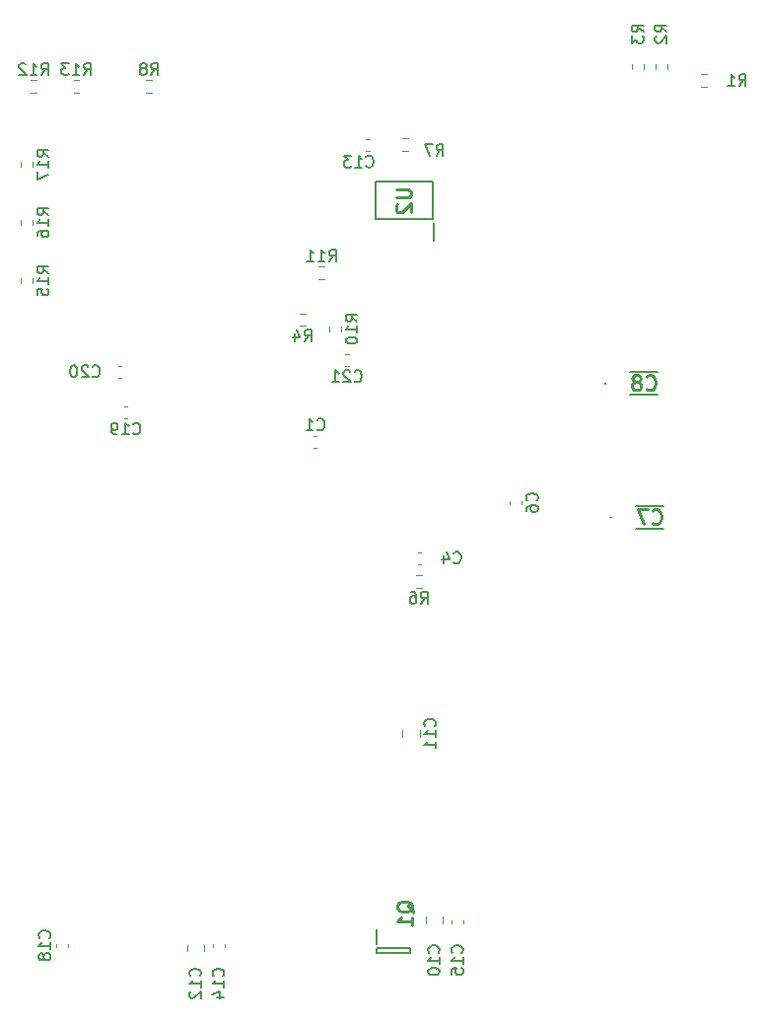
<source format=gbo>
%TF.GenerationSoftware,KiCad,Pcbnew,8.0.4*%
%TF.CreationDate,2024-08-27T22:08:08+09:00*%
%TF.ProjectId,power_board2,706f7765-725f-4626-9f61-7264322e6b69,rev?*%
%TF.SameCoordinates,PX3473bc0PYa8cce40*%
%TF.FileFunction,Legend,Bot*%
%TF.FilePolarity,Positive*%
%FSLAX46Y46*%
G04 Gerber Fmt 4.6, Leading zero omitted, Abs format (unit mm)*
G04 Created by KiCad (PCBNEW 8.0.4) date 2024-08-27 22:08:08*
%MOMM*%
%LPD*%
G01*
G04 APERTURE LIST*
%ADD10C,0.254000*%
%ADD11C,0.150000*%
%ADD12C,0.200000*%
%ADD13C,0.100000*%
%ADD14C,0.120000*%
G04 APERTURE END LIST*
D10*
X33209318Y81167620D02*
X34237413Y81167620D01*
X34237413Y81167620D02*
X34358365Y81107143D01*
X34358365Y81107143D02*
X34418842Y81046667D01*
X34418842Y81046667D02*
X34479318Y80925715D01*
X34479318Y80925715D02*
X34479318Y80683810D01*
X34479318Y80683810D02*
X34418842Y80562858D01*
X34418842Y80562858D02*
X34358365Y80502381D01*
X34358365Y80502381D02*
X34237413Y80441905D01*
X34237413Y80441905D02*
X33209318Y80441905D01*
X33330270Y79897620D02*
X33269794Y79837144D01*
X33269794Y79837144D02*
X33209318Y79716191D01*
X33209318Y79716191D02*
X33209318Y79413810D01*
X33209318Y79413810D02*
X33269794Y79292858D01*
X33269794Y79292858D02*
X33330270Y79232382D01*
X33330270Y79232382D02*
X33451222Y79171905D01*
X33451222Y79171905D02*
X33572175Y79171905D01*
X33572175Y79171905D02*
X33753603Y79232382D01*
X33753603Y79232382D02*
X34479318Y79958096D01*
X34479318Y79958096D02*
X34479318Y79171905D01*
X54711666Y64046635D02*
X54772142Y63986158D01*
X54772142Y63986158D02*
X54953571Y63925682D01*
X54953571Y63925682D02*
X55074523Y63925682D01*
X55074523Y63925682D02*
X55255952Y63986158D01*
X55255952Y63986158D02*
X55376904Y64107111D01*
X55376904Y64107111D02*
X55437381Y64228063D01*
X55437381Y64228063D02*
X55497857Y64469968D01*
X55497857Y64469968D02*
X55497857Y64651397D01*
X55497857Y64651397D02*
X55437381Y64893301D01*
X55437381Y64893301D02*
X55376904Y65014254D01*
X55376904Y65014254D02*
X55255952Y65135206D01*
X55255952Y65135206D02*
X55074523Y65195682D01*
X55074523Y65195682D02*
X54953571Y65195682D01*
X54953571Y65195682D02*
X54772142Y65135206D01*
X54772142Y65135206D02*
X54711666Y65074730D01*
X53985952Y64651397D02*
X54106904Y64711873D01*
X54106904Y64711873D02*
X54167381Y64772349D01*
X54167381Y64772349D02*
X54227857Y64893301D01*
X54227857Y64893301D02*
X54227857Y64953778D01*
X54227857Y64953778D02*
X54167381Y65074730D01*
X54167381Y65074730D02*
X54106904Y65135206D01*
X54106904Y65135206D02*
X53985952Y65195682D01*
X53985952Y65195682D02*
X53744047Y65195682D01*
X53744047Y65195682D02*
X53623095Y65135206D01*
X53623095Y65135206D02*
X53562619Y65074730D01*
X53562619Y65074730D02*
X53502142Y64953778D01*
X53502142Y64953778D02*
X53502142Y64893301D01*
X53502142Y64893301D02*
X53562619Y64772349D01*
X53562619Y64772349D02*
X53623095Y64711873D01*
X53623095Y64711873D02*
X53744047Y64651397D01*
X53744047Y64651397D02*
X53985952Y64651397D01*
X53985952Y64651397D02*
X54106904Y64590920D01*
X54106904Y64590920D02*
X54167381Y64530444D01*
X54167381Y64530444D02*
X54227857Y64409492D01*
X54227857Y64409492D02*
X54227857Y64167587D01*
X54227857Y64167587D02*
X54167381Y64046635D01*
X54167381Y64046635D02*
X54106904Y63986158D01*
X54106904Y63986158D02*
X53985952Y63925682D01*
X53985952Y63925682D02*
X53744047Y63925682D01*
X53744047Y63925682D02*
X53623095Y63986158D01*
X53623095Y63986158D02*
X53562619Y64046635D01*
X53562619Y64046635D02*
X53502142Y64167587D01*
X53502142Y64167587D02*
X53502142Y64409492D01*
X53502142Y64409492D02*
X53562619Y64530444D01*
X53562619Y64530444D02*
X53623095Y64590920D01*
X53623095Y64590920D02*
X53744047Y64651397D01*
D11*
X27467857Y74975181D02*
X27801190Y75451372D01*
X28039285Y74975181D02*
X28039285Y75975181D01*
X28039285Y75975181D02*
X27658333Y75975181D01*
X27658333Y75975181D02*
X27563095Y75927562D01*
X27563095Y75927562D02*
X27515476Y75879943D01*
X27515476Y75879943D02*
X27467857Y75784705D01*
X27467857Y75784705D02*
X27467857Y75641848D01*
X27467857Y75641848D02*
X27515476Y75546610D01*
X27515476Y75546610D02*
X27563095Y75498991D01*
X27563095Y75498991D02*
X27658333Y75451372D01*
X27658333Y75451372D02*
X28039285Y75451372D01*
X26515476Y74975181D02*
X27086904Y74975181D01*
X26801190Y74975181D02*
X26801190Y75975181D01*
X26801190Y75975181D02*
X26896428Y75832324D01*
X26896428Y75832324D02*
X26991666Y75737086D01*
X26991666Y75737086D02*
X27086904Y75689467D01*
X25563095Y74975181D02*
X26134523Y74975181D01*
X25848809Y74975181D02*
X25848809Y75975181D01*
X25848809Y75975181D02*
X25944047Y75832324D01*
X25944047Y75832324D02*
X26039285Y75737086D01*
X26039285Y75737086D02*
X26134523Y75689467D01*
X30642857Y83140420D02*
X30690476Y83092800D01*
X30690476Y83092800D02*
X30833333Y83045181D01*
X30833333Y83045181D02*
X30928571Y83045181D01*
X30928571Y83045181D02*
X31071428Y83092800D01*
X31071428Y83092800D02*
X31166666Y83188039D01*
X31166666Y83188039D02*
X31214285Y83283277D01*
X31214285Y83283277D02*
X31261904Y83473753D01*
X31261904Y83473753D02*
X31261904Y83616610D01*
X31261904Y83616610D02*
X31214285Y83807086D01*
X31214285Y83807086D02*
X31166666Y83902324D01*
X31166666Y83902324D02*
X31071428Y83997562D01*
X31071428Y83997562D02*
X30928571Y84045181D01*
X30928571Y84045181D02*
X30833333Y84045181D01*
X30833333Y84045181D02*
X30690476Y83997562D01*
X30690476Y83997562D02*
X30642857Y83949943D01*
X29690476Y83045181D02*
X30261904Y83045181D01*
X29976190Y83045181D02*
X29976190Y84045181D01*
X29976190Y84045181D02*
X30071428Y83902324D01*
X30071428Y83902324D02*
X30166666Y83807086D01*
X30166666Y83807086D02*
X30261904Y83759467D01*
X29357142Y84045181D02*
X28738095Y84045181D01*
X28738095Y84045181D02*
X29071428Y83664229D01*
X29071428Y83664229D02*
X28928571Y83664229D01*
X28928571Y83664229D02*
X28833333Y83616610D01*
X28833333Y83616610D02*
X28785714Y83568991D01*
X28785714Y83568991D02*
X28738095Y83473753D01*
X28738095Y83473753D02*
X28738095Y83235658D01*
X28738095Y83235658D02*
X28785714Y83140420D01*
X28785714Y83140420D02*
X28833333Y83092800D01*
X28833333Y83092800D02*
X28928571Y83045181D01*
X28928571Y83045181D02*
X29214285Y83045181D01*
X29214285Y83045181D02*
X29309523Y83092800D01*
X29309523Y83092800D02*
X29357142Y83140420D01*
X3384819Y83967858D02*
X2908628Y84301191D01*
X3384819Y84539286D02*
X2384819Y84539286D01*
X2384819Y84539286D02*
X2384819Y84158334D01*
X2384819Y84158334D02*
X2432438Y84063096D01*
X2432438Y84063096D02*
X2480057Y84015477D01*
X2480057Y84015477D02*
X2575295Y83967858D01*
X2575295Y83967858D02*
X2718152Y83967858D01*
X2718152Y83967858D02*
X2813390Y84015477D01*
X2813390Y84015477D02*
X2861009Y84063096D01*
X2861009Y84063096D02*
X2908628Y84158334D01*
X2908628Y84158334D02*
X2908628Y84539286D01*
X3384819Y83015477D02*
X3384819Y83586905D01*
X3384819Y83301191D02*
X2384819Y83301191D01*
X2384819Y83301191D02*
X2527676Y83396429D01*
X2527676Y83396429D02*
X2622914Y83491667D01*
X2622914Y83491667D02*
X2670533Y83586905D01*
X2384819Y82682143D02*
X2384819Y82015477D01*
X2384819Y82015477D02*
X3384819Y82444048D01*
X6392857Y90975181D02*
X6726190Y91451372D01*
X6964285Y90975181D02*
X6964285Y91975181D01*
X6964285Y91975181D02*
X6583333Y91975181D01*
X6583333Y91975181D02*
X6488095Y91927562D01*
X6488095Y91927562D02*
X6440476Y91879943D01*
X6440476Y91879943D02*
X6392857Y91784705D01*
X6392857Y91784705D02*
X6392857Y91641848D01*
X6392857Y91641848D02*
X6440476Y91546610D01*
X6440476Y91546610D02*
X6488095Y91498991D01*
X6488095Y91498991D02*
X6583333Y91451372D01*
X6583333Y91451372D02*
X6964285Y91451372D01*
X5440476Y90975181D02*
X6011904Y90975181D01*
X5726190Y90975181D02*
X5726190Y91975181D01*
X5726190Y91975181D02*
X5821428Y91832324D01*
X5821428Y91832324D02*
X5916666Y91737086D01*
X5916666Y91737086D02*
X6011904Y91689467D01*
X5107142Y91975181D02*
X4488095Y91975181D01*
X4488095Y91975181D02*
X4821428Y91594229D01*
X4821428Y91594229D02*
X4678571Y91594229D01*
X4678571Y91594229D02*
X4583333Y91546610D01*
X4583333Y91546610D02*
X4535714Y91498991D01*
X4535714Y91498991D02*
X4488095Y91403753D01*
X4488095Y91403753D02*
X4488095Y91165658D01*
X4488095Y91165658D02*
X4535714Y91070420D01*
X4535714Y91070420D02*
X4583333Y91022800D01*
X4583333Y91022800D02*
X4678571Y90975181D01*
X4678571Y90975181D02*
X4964285Y90975181D01*
X4964285Y90975181D02*
X5059523Y91022800D01*
X5059523Y91022800D02*
X5107142Y91070420D01*
D10*
X34695270Y19120953D02*
X34634794Y19241905D01*
X34634794Y19241905D02*
X34513842Y19362858D01*
X34513842Y19362858D02*
X34332413Y19544286D01*
X34332413Y19544286D02*
X34271937Y19665239D01*
X34271937Y19665239D02*
X34271937Y19786191D01*
X34574318Y19725715D02*
X34513842Y19846667D01*
X34513842Y19846667D02*
X34392889Y19967620D01*
X34392889Y19967620D02*
X34150984Y20028096D01*
X34150984Y20028096D02*
X33727651Y20028096D01*
X33727651Y20028096D02*
X33485746Y19967620D01*
X33485746Y19967620D02*
X33364794Y19846667D01*
X33364794Y19846667D02*
X33304318Y19725715D01*
X33304318Y19725715D02*
X33304318Y19483810D01*
X33304318Y19483810D02*
X33364794Y19362858D01*
X33364794Y19362858D02*
X33485746Y19241905D01*
X33485746Y19241905D02*
X33727651Y19181429D01*
X33727651Y19181429D02*
X34150984Y19181429D01*
X34150984Y19181429D02*
X34392889Y19241905D01*
X34392889Y19241905D02*
X34513842Y19362858D01*
X34513842Y19362858D02*
X34574318Y19483810D01*
X34574318Y19483810D02*
X34574318Y19725715D01*
X34574318Y17971905D02*
X34574318Y18697620D01*
X34574318Y18334763D02*
X33304318Y18334763D01*
X33304318Y18334763D02*
X33485746Y18455715D01*
X33485746Y18455715D02*
X33606699Y18576667D01*
X33606699Y18576667D02*
X33667175Y18697620D01*
D11*
X45289580Y54441667D02*
X45337200Y54489286D01*
X45337200Y54489286D02*
X45384819Y54632143D01*
X45384819Y54632143D02*
X45384819Y54727381D01*
X45384819Y54727381D02*
X45337200Y54870238D01*
X45337200Y54870238D02*
X45241961Y54965476D01*
X45241961Y54965476D02*
X45146723Y55013095D01*
X45146723Y55013095D02*
X44956247Y55060714D01*
X44956247Y55060714D02*
X44813390Y55060714D01*
X44813390Y55060714D02*
X44622914Y55013095D01*
X44622914Y55013095D02*
X44527676Y54965476D01*
X44527676Y54965476D02*
X44432438Y54870238D01*
X44432438Y54870238D02*
X44384819Y54727381D01*
X44384819Y54727381D02*
X44384819Y54632143D01*
X44384819Y54632143D02*
X44432438Y54489286D01*
X44432438Y54489286D02*
X44480057Y54441667D01*
X44384819Y53584524D02*
X44384819Y53775000D01*
X44384819Y53775000D02*
X44432438Y53870238D01*
X44432438Y53870238D02*
X44480057Y53917857D01*
X44480057Y53917857D02*
X44622914Y54013095D01*
X44622914Y54013095D02*
X44813390Y54060714D01*
X44813390Y54060714D02*
X45194342Y54060714D01*
X45194342Y54060714D02*
X45289580Y54013095D01*
X45289580Y54013095D02*
X45337200Y53965476D01*
X45337200Y53965476D02*
X45384819Y53870238D01*
X45384819Y53870238D02*
X45384819Y53679762D01*
X45384819Y53679762D02*
X45337200Y53584524D01*
X45337200Y53584524D02*
X45289580Y53536905D01*
X45289580Y53536905D02*
X45194342Y53489286D01*
X45194342Y53489286D02*
X44956247Y53489286D01*
X44956247Y53489286D02*
X44861009Y53536905D01*
X44861009Y53536905D02*
X44813390Y53584524D01*
X44813390Y53584524D02*
X44765771Y53679762D01*
X44765771Y53679762D02*
X44765771Y53870238D01*
X44765771Y53870238D02*
X44813390Y53965476D01*
X44813390Y53965476D02*
X44861009Y54013095D01*
X44861009Y54013095D02*
X44956247Y54060714D01*
X35341666Y45615181D02*
X35674999Y46091372D01*
X35913094Y45615181D02*
X35913094Y46615181D01*
X35913094Y46615181D02*
X35532142Y46615181D01*
X35532142Y46615181D02*
X35436904Y46567562D01*
X35436904Y46567562D02*
X35389285Y46519943D01*
X35389285Y46519943D02*
X35341666Y46424705D01*
X35341666Y46424705D02*
X35341666Y46281848D01*
X35341666Y46281848D02*
X35389285Y46186610D01*
X35389285Y46186610D02*
X35436904Y46138991D01*
X35436904Y46138991D02*
X35532142Y46091372D01*
X35532142Y46091372D02*
X35913094Y46091372D01*
X34484523Y46615181D02*
X34674999Y46615181D01*
X34674999Y46615181D02*
X34770237Y46567562D01*
X34770237Y46567562D02*
X34817856Y46519943D01*
X34817856Y46519943D02*
X34913094Y46377086D01*
X34913094Y46377086D02*
X34960713Y46186610D01*
X34960713Y46186610D02*
X34960713Y45805658D01*
X34960713Y45805658D02*
X34913094Y45710420D01*
X34913094Y45710420D02*
X34865475Y45662800D01*
X34865475Y45662800D02*
X34770237Y45615181D01*
X34770237Y45615181D02*
X34579761Y45615181D01*
X34579761Y45615181D02*
X34484523Y45662800D01*
X34484523Y45662800D02*
X34436904Y45710420D01*
X34436904Y45710420D02*
X34389285Y45805658D01*
X34389285Y45805658D02*
X34389285Y46043753D01*
X34389285Y46043753D02*
X34436904Y46138991D01*
X34436904Y46138991D02*
X34484523Y46186610D01*
X34484523Y46186610D02*
X34579761Y46234229D01*
X34579761Y46234229D02*
X34770237Y46234229D01*
X34770237Y46234229D02*
X34865475Y46186610D01*
X34865475Y46186610D02*
X34913094Y46138991D01*
X34913094Y46138991D02*
X34960713Y46043753D01*
X18359580Y13642858D02*
X18407200Y13690477D01*
X18407200Y13690477D02*
X18454819Y13833334D01*
X18454819Y13833334D02*
X18454819Y13928572D01*
X18454819Y13928572D02*
X18407200Y14071429D01*
X18407200Y14071429D02*
X18311961Y14166667D01*
X18311961Y14166667D02*
X18216723Y14214286D01*
X18216723Y14214286D02*
X18026247Y14261905D01*
X18026247Y14261905D02*
X17883390Y14261905D01*
X17883390Y14261905D02*
X17692914Y14214286D01*
X17692914Y14214286D02*
X17597676Y14166667D01*
X17597676Y14166667D02*
X17502438Y14071429D01*
X17502438Y14071429D02*
X17454819Y13928572D01*
X17454819Y13928572D02*
X17454819Y13833334D01*
X17454819Y13833334D02*
X17502438Y13690477D01*
X17502438Y13690477D02*
X17550057Y13642858D01*
X18454819Y12690477D02*
X18454819Y13261905D01*
X18454819Y12976191D02*
X17454819Y12976191D01*
X17454819Y12976191D02*
X17597676Y13071429D01*
X17597676Y13071429D02*
X17692914Y13166667D01*
X17692914Y13166667D02*
X17740533Y13261905D01*
X17788152Y11833334D02*
X18454819Y11833334D01*
X17407200Y12071429D02*
X18121485Y12309524D01*
X18121485Y12309524D02*
X18121485Y11690477D01*
X25341666Y68115181D02*
X25674999Y68591372D01*
X25913094Y68115181D02*
X25913094Y69115181D01*
X25913094Y69115181D02*
X25532142Y69115181D01*
X25532142Y69115181D02*
X25436904Y69067562D01*
X25436904Y69067562D02*
X25389285Y69019943D01*
X25389285Y69019943D02*
X25341666Y68924705D01*
X25341666Y68924705D02*
X25341666Y68781848D01*
X25341666Y68781848D02*
X25389285Y68686610D01*
X25389285Y68686610D02*
X25436904Y68638991D01*
X25436904Y68638991D02*
X25532142Y68591372D01*
X25532142Y68591372D02*
X25913094Y68591372D01*
X24484523Y68781848D02*
X24484523Y68115181D01*
X24722618Y69162800D02*
X24960713Y68448515D01*
X24960713Y68448515D02*
X24341666Y68448515D01*
X26441666Y60570420D02*
X26489285Y60522800D01*
X26489285Y60522800D02*
X26632142Y60475181D01*
X26632142Y60475181D02*
X26727380Y60475181D01*
X26727380Y60475181D02*
X26870237Y60522800D01*
X26870237Y60522800D02*
X26965475Y60618039D01*
X26965475Y60618039D02*
X27013094Y60713277D01*
X27013094Y60713277D02*
X27060713Y60903753D01*
X27060713Y60903753D02*
X27060713Y61046610D01*
X27060713Y61046610D02*
X27013094Y61237086D01*
X27013094Y61237086D02*
X26965475Y61332324D01*
X26965475Y61332324D02*
X26870237Y61427562D01*
X26870237Y61427562D02*
X26727380Y61475181D01*
X26727380Y61475181D02*
X26632142Y61475181D01*
X26632142Y61475181D02*
X26489285Y61427562D01*
X26489285Y61427562D02*
X26441666Y61379943D01*
X25489285Y60475181D02*
X26060713Y60475181D01*
X25774999Y60475181D02*
X25774999Y61475181D01*
X25774999Y61475181D02*
X25870237Y61332324D01*
X25870237Y61332324D02*
X25965475Y61237086D01*
X25965475Y61237086D02*
X26060713Y61189467D01*
X38166666Y49140420D02*
X38214285Y49092800D01*
X38214285Y49092800D02*
X38357142Y49045181D01*
X38357142Y49045181D02*
X38452380Y49045181D01*
X38452380Y49045181D02*
X38595237Y49092800D01*
X38595237Y49092800D02*
X38690475Y49188039D01*
X38690475Y49188039D02*
X38738094Y49283277D01*
X38738094Y49283277D02*
X38785713Y49473753D01*
X38785713Y49473753D02*
X38785713Y49616610D01*
X38785713Y49616610D02*
X38738094Y49807086D01*
X38738094Y49807086D02*
X38690475Y49902324D01*
X38690475Y49902324D02*
X38595237Y49997562D01*
X38595237Y49997562D02*
X38452380Y50045181D01*
X38452380Y50045181D02*
X38357142Y50045181D01*
X38357142Y50045181D02*
X38214285Y49997562D01*
X38214285Y49997562D02*
X38166666Y49949943D01*
X37309523Y49711848D02*
X37309523Y49045181D01*
X37547618Y50092800D02*
X37785713Y49378515D01*
X37785713Y49378515D02*
X37166666Y49378515D01*
X3384819Y78967858D02*
X2908628Y79301191D01*
X3384819Y79539286D02*
X2384819Y79539286D01*
X2384819Y79539286D02*
X2384819Y79158334D01*
X2384819Y79158334D02*
X2432438Y79063096D01*
X2432438Y79063096D02*
X2480057Y79015477D01*
X2480057Y79015477D02*
X2575295Y78967858D01*
X2575295Y78967858D02*
X2718152Y78967858D01*
X2718152Y78967858D02*
X2813390Y79015477D01*
X2813390Y79015477D02*
X2861009Y79063096D01*
X2861009Y79063096D02*
X2908628Y79158334D01*
X2908628Y79158334D02*
X2908628Y79539286D01*
X3384819Y78015477D02*
X3384819Y78586905D01*
X3384819Y78301191D02*
X2384819Y78301191D01*
X2384819Y78301191D02*
X2527676Y78396429D01*
X2527676Y78396429D02*
X2622914Y78491667D01*
X2622914Y78491667D02*
X2670533Y78586905D01*
X2384819Y77158334D02*
X2384819Y77348810D01*
X2384819Y77348810D02*
X2432438Y77444048D01*
X2432438Y77444048D02*
X2480057Y77491667D01*
X2480057Y77491667D02*
X2622914Y77586905D01*
X2622914Y77586905D02*
X2813390Y77634524D01*
X2813390Y77634524D02*
X3194342Y77634524D01*
X3194342Y77634524D02*
X3289580Y77586905D01*
X3289580Y77586905D02*
X3337200Y77539286D01*
X3337200Y77539286D02*
X3384819Y77444048D01*
X3384819Y77444048D02*
X3384819Y77253572D01*
X3384819Y77253572D02*
X3337200Y77158334D01*
X3337200Y77158334D02*
X3289580Y77110715D01*
X3289580Y77110715D02*
X3194342Y77063096D01*
X3194342Y77063096D02*
X2956247Y77063096D01*
X2956247Y77063096D02*
X2861009Y77110715D01*
X2861009Y77110715D02*
X2813390Y77158334D01*
X2813390Y77158334D02*
X2765771Y77253572D01*
X2765771Y77253572D02*
X2765771Y77444048D01*
X2765771Y77444048D02*
X2813390Y77539286D01*
X2813390Y77539286D02*
X2861009Y77586905D01*
X2861009Y77586905D02*
X2956247Y77634524D01*
X29884819Y69817858D02*
X29408628Y70151191D01*
X29884819Y70389286D02*
X28884819Y70389286D01*
X28884819Y70389286D02*
X28884819Y70008334D01*
X28884819Y70008334D02*
X28932438Y69913096D01*
X28932438Y69913096D02*
X28980057Y69865477D01*
X28980057Y69865477D02*
X29075295Y69817858D01*
X29075295Y69817858D02*
X29218152Y69817858D01*
X29218152Y69817858D02*
X29313390Y69865477D01*
X29313390Y69865477D02*
X29361009Y69913096D01*
X29361009Y69913096D02*
X29408628Y70008334D01*
X29408628Y70008334D02*
X29408628Y70389286D01*
X29884819Y68865477D02*
X29884819Y69436905D01*
X29884819Y69151191D02*
X28884819Y69151191D01*
X28884819Y69151191D02*
X29027676Y69246429D01*
X29027676Y69246429D02*
X29122914Y69341667D01*
X29122914Y69341667D02*
X29170533Y69436905D01*
X28884819Y68246429D02*
X28884819Y68151191D01*
X28884819Y68151191D02*
X28932438Y68055953D01*
X28932438Y68055953D02*
X28980057Y68008334D01*
X28980057Y68008334D02*
X29075295Y67960715D01*
X29075295Y67960715D02*
X29265771Y67913096D01*
X29265771Y67913096D02*
X29503866Y67913096D01*
X29503866Y67913096D02*
X29694342Y67960715D01*
X29694342Y67960715D02*
X29789580Y68008334D01*
X29789580Y68008334D02*
X29837200Y68055953D01*
X29837200Y68055953D02*
X29884819Y68151191D01*
X29884819Y68151191D02*
X29884819Y68246429D01*
X29884819Y68246429D02*
X29837200Y68341667D01*
X29837200Y68341667D02*
X29789580Y68389286D01*
X29789580Y68389286D02*
X29694342Y68436905D01*
X29694342Y68436905D02*
X29503866Y68484524D01*
X29503866Y68484524D02*
X29265771Y68484524D01*
X29265771Y68484524D02*
X29075295Y68436905D01*
X29075295Y68436905D02*
X28980057Y68389286D01*
X28980057Y68389286D02*
X28932438Y68341667D01*
X28932438Y68341667D02*
X28884819Y68246429D01*
X36859580Y15642858D02*
X36907200Y15690477D01*
X36907200Y15690477D02*
X36954819Y15833334D01*
X36954819Y15833334D02*
X36954819Y15928572D01*
X36954819Y15928572D02*
X36907200Y16071429D01*
X36907200Y16071429D02*
X36811961Y16166667D01*
X36811961Y16166667D02*
X36716723Y16214286D01*
X36716723Y16214286D02*
X36526247Y16261905D01*
X36526247Y16261905D02*
X36383390Y16261905D01*
X36383390Y16261905D02*
X36192914Y16214286D01*
X36192914Y16214286D02*
X36097676Y16166667D01*
X36097676Y16166667D02*
X36002438Y16071429D01*
X36002438Y16071429D02*
X35954819Y15928572D01*
X35954819Y15928572D02*
X35954819Y15833334D01*
X35954819Y15833334D02*
X36002438Y15690477D01*
X36002438Y15690477D02*
X36050057Y15642858D01*
X36954819Y14690477D02*
X36954819Y15261905D01*
X36954819Y14976191D02*
X35954819Y14976191D01*
X35954819Y14976191D02*
X36097676Y15071429D01*
X36097676Y15071429D02*
X36192914Y15166667D01*
X36192914Y15166667D02*
X36240533Y15261905D01*
X35954819Y14071429D02*
X35954819Y13976191D01*
X35954819Y13976191D02*
X36002438Y13880953D01*
X36002438Y13880953D02*
X36050057Y13833334D01*
X36050057Y13833334D02*
X36145295Y13785715D01*
X36145295Y13785715D02*
X36335771Y13738096D01*
X36335771Y13738096D02*
X36573866Y13738096D01*
X36573866Y13738096D02*
X36764342Y13785715D01*
X36764342Y13785715D02*
X36859580Y13833334D01*
X36859580Y13833334D02*
X36907200Y13880953D01*
X36907200Y13880953D02*
X36954819Y13976191D01*
X36954819Y13976191D02*
X36954819Y14071429D01*
X36954819Y14071429D02*
X36907200Y14166667D01*
X36907200Y14166667D02*
X36859580Y14214286D01*
X36859580Y14214286D02*
X36764342Y14261905D01*
X36764342Y14261905D02*
X36573866Y14309524D01*
X36573866Y14309524D02*
X36335771Y14309524D01*
X36335771Y14309524D02*
X36145295Y14261905D01*
X36145295Y14261905D02*
X36050057Y14214286D01*
X36050057Y14214286D02*
X36002438Y14166667D01*
X36002438Y14166667D02*
X35954819Y14071429D01*
X3429580Y16917858D02*
X3477200Y16965477D01*
X3477200Y16965477D02*
X3524819Y17108334D01*
X3524819Y17108334D02*
X3524819Y17203572D01*
X3524819Y17203572D02*
X3477200Y17346429D01*
X3477200Y17346429D02*
X3381961Y17441667D01*
X3381961Y17441667D02*
X3286723Y17489286D01*
X3286723Y17489286D02*
X3096247Y17536905D01*
X3096247Y17536905D02*
X2953390Y17536905D01*
X2953390Y17536905D02*
X2762914Y17489286D01*
X2762914Y17489286D02*
X2667676Y17441667D01*
X2667676Y17441667D02*
X2572438Y17346429D01*
X2572438Y17346429D02*
X2524819Y17203572D01*
X2524819Y17203572D02*
X2524819Y17108334D01*
X2524819Y17108334D02*
X2572438Y16965477D01*
X2572438Y16965477D02*
X2620057Y16917858D01*
X3524819Y15965477D02*
X3524819Y16536905D01*
X3524819Y16251191D02*
X2524819Y16251191D01*
X2524819Y16251191D02*
X2667676Y16346429D01*
X2667676Y16346429D02*
X2762914Y16441667D01*
X2762914Y16441667D02*
X2810533Y16536905D01*
X2953390Y15394048D02*
X2905771Y15489286D01*
X2905771Y15489286D02*
X2858152Y15536905D01*
X2858152Y15536905D02*
X2762914Y15584524D01*
X2762914Y15584524D02*
X2715295Y15584524D01*
X2715295Y15584524D02*
X2620057Y15536905D01*
X2620057Y15536905D02*
X2572438Y15489286D01*
X2572438Y15489286D02*
X2524819Y15394048D01*
X2524819Y15394048D02*
X2524819Y15203572D01*
X2524819Y15203572D02*
X2572438Y15108334D01*
X2572438Y15108334D02*
X2620057Y15060715D01*
X2620057Y15060715D02*
X2715295Y15013096D01*
X2715295Y15013096D02*
X2762914Y15013096D01*
X2762914Y15013096D02*
X2858152Y15060715D01*
X2858152Y15060715D02*
X2905771Y15108334D01*
X2905771Y15108334D02*
X2953390Y15203572D01*
X2953390Y15203572D02*
X2953390Y15394048D01*
X2953390Y15394048D02*
X3001009Y15489286D01*
X3001009Y15489286D02*
X3048628Y15536905D01*
X3048628Y15536905D02*
X3143866Y15584524D01*
X3143866Y15584524D02*
X3334342Y15584524D01*
X3334342Y15584524D02*
X3429580Y15536905D01*
X3429580Y15536905D02*
X3477200Y15489286D01*
X3477200Y15489286D02*
X3524819Y15394048D01*
X3524819Y15394048D02*
X3524819Y15203572D01*
X3524819Y15203572D02*
X3477200Y15108334D01*
X3477200Y15108334D02*
X3429580Y15060715D01*
X3429580Y15060715D02*
X3334342Y15013096D01*
X3334342Y15013096D02*
X3143866Y15013096D01*
X3143866Y15013096D02*
X3048628Y15060715D01*
X3048628Y15060715D02*
X3001009Y15108334D01*
X3001009Y15108334D02*
X2953390Y15203572D01*
X36666666Y84045181D02*
X36999999Y84521372D01*
X37238094Y84045181D02*
X37238094Y85045181D01*
X37238094Y85045181D02*
X36857142Y85045181D01*
X36857142Y85045181D02*
X36761904Y84997562D01*
X36761904Y84997562D02*
X36714285Y84949943D01*
X36714285Y84949943D02*
X36666666Y84854705D01*
X36666666Y84854705D02*
X36666666Y84711848D01*
X36666666Y84711848D02*
X36714285Y84616610D01*
X36714285Y84616610D02*
X36761904Y84568991D01*
X36761904Y84568991D02*
X36857142Y84521372D01*
X36857142Y84521372D02*
X37238094Y84521372D01*
X36333332Y85045181D02*
X35666666Y85045181D01*
X35666666Y85045181D02*
X36095237Y84045181D01*
X54454819Y94666667D02*
X53978628Y95000000D01*
X54454819Y95238095D02*
X53454819Y95238095D01*
X53454819Y95238095D02*
X53454819Y94857143D01*
X53454819Y94857143D02*
X53502438Y94761905D01*
X53502438Y94761905D02*
X53550057Y94714286D01*
X53550057Y94714286D02*
X53645295Y94666667D01*
X53645295Y94666667D02*
X53788152Y94666667D01*
X53788152Y94666667D02*
X53883390Y94714286D01*
X53883390Y94714286D02*
X53931009Y94761905D01*
X53931009Y94761905D02*
X53978628Y94857143D01*
X53978628Y94857143D02*
X53978628Y95238095D01*
X53454819Y94333333D02*
X53454819Y93714286D01*
X53454819Y93714286D02*
X53835771Y94047619D01*
X53835771Y94047619D02*
X53835771Y93904762D01*
X53835771Y93904762D02*
X53883390Y93809524D01*
X53883390Y93809524D02*
X53931009Y93761905D01*
X53931009Y93761905D02*
X54026247Y93714286D01*
X54026247Y93714286D02*
X54264342Y93714286D01*
X54264342Y93714286D02*
X54359580Y93761905D01*
X54359580Y93761905D02*
X54407200Y93809524D01*
X54407200Y93809524D02*
X54454819Y93904762D01*
X54454819Y93904762D02*
X54454819Y94190476D01*
X54454819Y94190476D02*
X54407200Y94285714D01*
X54407200Y94285714D02*
X54359580Y94333333D01*
X36539580Y35092858D02*
X36587200Y35140477D01*
X36587200Y35140477D02*
X36634819Y35283334D01*
X36634819Y35283334D02*
X36634819Y35378572D01*
X36634819Y35378572D02*
X36587200Y35521429D01*
X36587200Y35521429D02*
X36491961Y35616667D01*
X36491961Y35616667D02*
X36396723Y35664286D01*
X36396723Y35664286D02*
X36206247Y35711905D01*
X36206247Y35711905D02*
X36063390Y35711905D01*
X36063390Y35711905D02*
X35872914Y35664286D01*
X35872914Y35664286D02*
X35777676Y35616667D01*
X35777676Y35616667D02*
X35682438Y35521429D01*
X35682438Y35521429D02*
X35634819Y35378572D01*
X35634819Y35378572D02*
X35634819Y35283334D01*
X35634819Y35283334D02*
X35682438Y35140477D01*
X35682438Y35140477D02*
X35730057Y35092858D01*
X36634819Y34140477D02*
X36634819Y34711905D01*
X36634819Y34426191D02*
X35634819Y34426191D01*
X35634819Y34426191D02*
X35777676Y34521429D01*
X35777676Y34521429D02*
X35872914Y34616667D01*
X35872914Y34616667D02*
X35920533Y34711905D01*
X36634819Y33188096D02*
X36634819Y33759524D01*
X36634819Y33473810D02*
X35634819Y33473810D01*
X35634819Y33473810D02*
X35777676Y33569048D01*
X35777676Y33569048D02*
X35872914Y33664286D01*
X35872914Y33664286D02*
X35920533Y33759524D01*
X2742857Y90975181D02*
X3076190Y91451372D01*
X3314285Y90975181D02*
X3314285Y91975181D01*
X3314285Y91975181D02*
X2933333Y91975181D01*
X2933333Y91975181D02*
X2838095Y91927562D01*
X2838095Y91927562D02*
X2790476Y91879943D01*
X2790476Y91879943D02*
X2742857Y91784705D01*
X2742857Y91784705D02*
X2742857Y91641848D01*
X2742857Y91641848D02*
X2790476Y91546610D01*
X2790476Y91546610D02*
X2838095Y91498991D01*
X2838095Y91498991D02*
X2933333Y91451372D01*
X2933333Y91451372D02*
X3314285Y91451372D01*
X1790476Y90975181D02*
X2361904Y90975181D01*
X2076190Y90975181D02*
X2076190Y91975181D01*
X2076190Y91975181D02*
X2171428Y91832324D01*
X2171428Y91832324D02*
X2266666Y91737086D01*
X2266666Y91737086D02*
X2361904Y91689467D01*
X1409523Y91879943D02*
X1361904Y91927562D01*
X1361904Y91927562D02*
X1266666Y91975181D01*
X1266666Y91975181D02*
X1028571Y91975181D01*
X1028571Y91975181D02*
X933333Y91927562D01*
X933333Y91927562D02*
X885714Y91879943D01*
X885714Y91879943D02*
X838095Y91784705D01*
X838095Y91784705D02*
X838095Y91689467D01*
X838095Y91689467D02*
X885714Y91546610D01*
X885714Y91546610D02*
X1457142Y90975181D01*
X1457142Y90975181D02*
X838095Y90975181D01*
X3384819Y73967858D02*
X2908628Y74301191D01*
X3384819Y74539286D02*
X2384819Y74539286D01*
X2384819Y74539286D02*
X2384819Y74158334D01*
X2384819Y74158334D02*
X2432438Y74063096D01*
X2432438Y74063096D02*
X2480057Y74015477D01*
X2480057Y74015477D02*
X2575295Y73967858D01*
X2575295Y73967858D02*
X2718152Y73967858D01*
X2718152Y73967858D02*
X2813390Y74015477D01*
X2813390Y74015477D02*
X2861009Y74063096D01*
X2861009Y74063096D02*
X2908628Y74158334D01*
X2908628Y74158334D02*
X2908628Y74539286D01*
X3384819Y73015477D02*
X3384819Y73586905D01*
X3384819Y73301191D02*
X2384819Y73301191D01*
X2384819Y73301191D02*
X2527676Y73396429D01*
X2527676Y73396429D02*
X2622914Y73491667D01*
X2622914Y73491667D02*
X2670533Y73586905D01*
X2384819Y72110715D02*
X2384819Y72586905D01*
X2384819Y72586905D02*
X2861009Y72634524D01*
X2861009Y72634524D02*
X2813390Y72586905D01*
X2813390Y72586905D02*
X2765771Y72491667D01*
X2765771Y72491667D02*
X2765771Y72253572D01*
X2765771Y72253572D02*
X2813390Y72158334D01*
X2813390Y72158334D02*
X2861009Y72110715D01*
X2861009Y72110715D02*
X2956247Y72063096D01*
X2956247Y72063096D02*
X3194342Y72063096D01*
X3194342Y72063096D02*
X3289580Y72110715D01*
X3289580Y72110715D02*
X3337200Y72158334D01*
X3337200Y72158334D02*
X3384819Y72253572D01*
X3384819Y72253572D02*
X3384819Y72491667D01*
X3384819Y72491667D02*
X3337200Y72586905D01*
X3337200Y72586905D02*
X3289580Y72634524D01*
X29642857Y64710420D02*
X29690476Y64662800D01*
X29690476Y64662800D02*
X29833333Y64615181D01*
X29833333Y64615181D02*
X29928571Y64615181D01*
X29928571Y64615181D02*
X30071428Y64662800D01*
X30071428Y64662800D02*
X30166666Y64758039D01*
X30166666Y64758039D02*
X30214285Y64853277D01*
X30214285Y64853277D02*
X30261904Y65043753D01*
X30261904Y65043753D02*
X30261904Y65186610D01*
X30261904Y65186610D02*
X30214285Y65377086D01*
X30214285Y65377086D02*
X30166666Y65472324D01*
X30166666Y65472324D02*
X30071428Y65567562D01*
X30071428Y65567562D02*
X29928571Y65615181D01*
X29928571Y65615181D02*
X29833333Y65615181D01*
X29833333Y65615181D02*
X29690476Y65567562D01*
X29690476Y65567562D02*
X29642857Y65519943D01*
X29261904Y65519943D02*
X29214285Y65567562D01*
X29214285Y65567562D02*
X29119047Y65615181D01*
X29119047Y65615181D02*
X28880952Y65615181D01*
X28880952Y65615181D02*
X28785714Y65567562D01*
X28785714Y65567562D02*
X28738095Y65519943D01*
X28738095Y65519943D02*
X28690476Y65424705D01*
X28690476Y65424705D02*
X28690476Y65329467D01*
X28690476Y65329467D02*
X28738095Y65186610D01*
X28738095Y65186610D02*
X29309523Y64615181D01*
X29309523Y64615181D02*
X28690476Y64615181D01*
X27738095Y64615181D02*
X28309523Y64615181D01*
X28023809Y64615181D02*
X28023809Y65615181D01*
X28023809Y65615181D02*
X28119047Y65472324D01*
X28119047Y65472324D02*
X28214285Y65377086D01*
X28214285Y65377086D02*
X28309523Y65329467D01*
D10*
X55211666Y52546635D02*
X55272142Y52486158D01*
X55272142Y52486158D02*
X55453571Y52425682D01*
X55453571Y52425682D02*
X55574523Y52425682D01*
X55574523Y52425682D02*
X55755952Y52486158D01*
X55755952Y52486158D02*
X55876904Y52607111D01*
X55876904Y52607111D02*
X55937381Y52728063D01*
X55937381Y52728063D02*
X55997857Y52969968D01*
X55997857Y52969968D02*
X55997857Y53151397D01*
X55997857Y53151397D02*
X55937381Y53393301D01*
X55937381Y53393301D02*
X55876904Y53514254D01*
X55876904Y53514254D02*
X55755952Y53635206D01*
X55755952Y53635206D02*
X55574523Y53695682D01*
X55574523Y53695682D02*
X55453571Y53695682D01*
X55453571Y53695682D02*
X55272142Y53635206D01*
X55272142Y53635206D02*
X55211666Y53574730D01*
X54788333Y53695682D02*
X53941666Y53695682D01*
X53941666Y53695682D02*
X54485952Y52425682D01*
D11*
X10642857Y60210420D02*
X10690476Y60162800D01*
X10690476Y60162800D02*
X10833333Y60115181D01*
X10833333Y60115181D02*
X10928571Y60115181D01*
X10928571Y60115181D02*
X11071428Y60162800D01*
X11071428Y60162800D02*
X11166666Y60258039D01*
X11166666Y60258039D02*
X11214285Y60353277D01*
X11214285Y60353277D02*
X11261904Y60543753D01*
X11261904Y60543753D02*
X11261904Y60686610D01*
X11261904Y60686610D02*
X11214285Y60877086D01*
X11214285Y60877086D02*
X11166666Y60972324D01*
X11166666Y60972324D02*
X11071428Y61067562D01*
X11071428Y61067562D02*
X10928571Y61115181D01*
X10928571Y61115181D02*
X10833333Y61115181D01*
X10833333Y61115181D02*
X10690476Y61067562D01*
X10690476Y61067562D02*
X10642857Y61019943D01*
X9690476Y60115181D02*
X10261904Y60115181D01*
X9976190Y60115181D02*
X9976190Y61115181D01*
X9976190Y61115181D02*
X10071428Y60972324D01*
X10071428Y60972324D02*
X10166666Y60877086D01*
X10166666Y60877086D02*
X10261904Y60829467D01*
X9214285Y60115181D02*
X9023809Y60115181D01*
X9023809Y60115181D02*
X8928571Y60162800D01*
X8928571Y60162800D02*
X8880952Y60210420D01*
X8880952Y60210420D02*
X8785714Y60353277D01*
X8785714Y60353277D02*
X8738095Y60543753D01*
X8738095Y60543753D02*
X8738095Y60924705D01*
X8738095Y60924705D02*
X8785714Y61019943D01*
X8785714Y61019943D02*
X8833333Y61067562D01*
X8833333Y61067562D02*
X8928571Y61115181D01*
X8928571Y61115181D02*
X9119047Y61115181D01*
X9119047Y61115181D02*
X9214285Y61067562D01*
X9214285Y61067562D02*
X9261904Y61019943D01*
X9261904Y61019943D02*
X9309523Y60924705D01*
X9309523Y60924705D02*
X9309523Y60686610D01*
X9309523Y60686610D02*
X9261904Y60591372D01*
X9261904Y60591372D02*
X9214285Y60543753D01*
X9214285Y60543753D02*
X9119047Y60496134D01*
X9119047Y60496134D02*
X8928571Y60496134D01*
X8928571Y60496134D02*
X8833333Y60543753D01*
X8833333Y60543753D02*
X8785714Y60591372D01*
X8785714Y60591372D02*
X8738095Y60686610D01*
X38859580Y15642858D02*
X38907200Y15690477D01*
X38907200Y15690477D02*
X38954819Y15833334D01*
X38954819Y15833334D02*
X38954819Y15928572D01*
X38954819Y15928572D02*
X38907200Y16071429D01*
X38907200Y16071429D02*
X38811961Y16166667D01*
X38811961Y16166667D02*
X38716723Y16214286D01*
X38716723Y16214286D02*
X38526247Y16261905D01*
X38526247Y16261905D02*
X38383390Y16261905D01*
X38383390Y16261905D02*
X38192914Y16214286D01*
X38192914Y16214286D02*
X38097676Y16166667D01*
X38097676Y16166667D02*
X38002438Y16071429D01*
X38002438Y16071429D02*
X37954819Y15928572D01*
X37954819Y15928572D02*
X37954819Y15833334D01*
X37954819Y15833334D02*
X38002438Y15690477D01*
X38002438Y15690477D02*
X38050057Y15642858D01*
X38954819Y14690477D02*
X38954819Y15261905D01*
X38954819Y14976191D02*
X37954819Y14976191D01*
X37954819Y14976191D02*
X38097676Y15071429D01*
X38097676Y15071429D02*
X38192914Y15166667D01*
X38192914Y15166667D02*
X38240533Y15261905D01*
X37954819Y13785715D02*
X37954819Y14261905D01*
X37954819Y14261905D02*
X38431009Y14309524D01*
X38431009Y14309524D02*
X38383390Y14261905D01*
X38383390Y14261905D02*
X38335771Y14166667D01*
X38335771Y14166667D02*
X38335771Y13928572D01*
X38335771Y13928572D02*
X38383390Y13833334D01*
X38383390Y13833334D02*
X38431009Y13785715D01*
X38431009Y13785715D02*
X38526247Y13738096D01*
X38526247Y13738096D02*
X38764342Y13738096D01*
X38764342Y13738096D02*
X38859580Y13785715D01*
X38859580Y13785715D02*
X38907200Y13833334D01*
X38907200Y13833334D02*
X38954819Y13928572D01*
X38954819Y13928572D02*
X38954819Y14166667D01*
X38954819Y14166667D02*
X38907200Y14261905D01*
X38907200Y14261905D02*
X38859580Y14309524D01*
X12166666Y90975181D02*
X12499999Y91451372D01*
X12738094Y90975181D02*
X12738094Y91975181D01*
X12738094Y91975181D02*
X12357142Y91975181D01*
X12357142Y91975181D02*
X12261904Y91927562D01*
X12261904Y91927562D02*
X12214285Y91879943D01*
X12214285Y91879943D02*
X12166666Y91784705D01*
X12166666Y91784705D02*
X12166666Y91641848D01*
X12166666Y91641848D02*
X12214285Y91546610D01*
X12214285Y91546610D02*
X12261904Y91498991D01*
X12261904Y91498991D02*
X12357142Y91451372D01*
X12357142Y91451372D02*
X12738094Y91451372D01*
X11595237Y91546610D02*
X11690475Y91594229D01*
X11690475Y91594229D02*
X11738094Y91641848D01*
X11738094Y91641848D02*
X11785713Y91737086D01*
X11785713Y91737086D02*
X11785713Y91784705D01*
X11785713Y91784705D02*
X11738094Y91879943D01*
X11738094Y91879943D02*
X11690475Y91927562D01*
X11690475Y91927562D02*
X11595237Y91975181D01*
X11595237Y91975181D02*
X11404761Y91975181D01*
X11404761Y91975181D02*
X11309523Y91927562D01*
X11309523Y91927562D02*
X11261904Y91879943D01*
X11261904Y91879943D02*
X11214285Y91784705D01*
X11214285Y91784705D02*
X11214285Y91737086D01*
X11214285Y91737086D02*
X11261904Y91641848D01*
X11261904Y91641848D02*
X11309523Y91594229D01*
X11309523Y91594229D02*
X11404761Y91546610D01*
X11404761Y91546610D02*
X11595237Y91546610D01*
X11595237Y91546610D02*
X11690475Y91498991D01*
X11690475Y91498991D02*
X11738094Y91451372D01*
X11738094Y91451372D02*
X11785713Y91356134D01*
X11785713Y91356134D02*
X11785713Y91165658D01*
X11785713Y91165658D02*
X11738094Y91070420D01*
X11738094Y91070420D02*
X11690475Y91022800D01*
X11690475Y91022800D02*
X11595237Y90975181D01*
X11595237Y90975181D02*
X11404761Y90975181D01*
X11404761Y90975181D02*
X11309523Y91022800D01*
X11309523Y91022800D02*
X11261904Y91070420D01*
X11261904Y91070420D02*
X11214285Y91165658D01*
X11214285Y91165658D02*
X11214285Y91356134D01*
X11214285Y91356134D02*
X11261904Y91451372D01*
X11261904Y91451372D02*
X11309523Y91498991D01*
X11309523Y91498991D02*
X11404761Y91546610D01*
X62666666Y90045181D02*
X62999999Y90521372D01*
X63238094Y90045181D02*
X63238094Y91045181D01*
X63238094Y91045181D02*
X62857142Y91045181D01*
X62857142Y91045181D02*
X62761904Y90997562D01*
X62761904Y90997562D02*
X62714285Y90949943D01*
X62714285Y90949943D02*
X62666666Y90854705D01*
X62666666Y90854705D02*
X62666666Y90711848D01*
X62666666Y90711848D02*
X62714285Y90616610D01*
X62714285Y90616610D02*
X62761904Y90568991D01*
X62761904Y90568991D02*
X62857142Y90521372D01*
X62857142Y90521372D02*
X63238094Y90521372D01*
X61714285Y90045181D02*
X62285713Y90045181D01*
X61999999Y90045181D02*
X61999999Y91045181D01*
X61999999Y91045181D02*
X62095237Y90902324D01*
X62095237Y90902324D02*
X62190475Y90807086D01*
X62190475Y90807086D02*
X62285713Y90759467D01*
X56454819Y94666667D02*
X55978628Y95000000D01*
X56454819Y95238095D02*
X55454819Y95238095D01*
X55454819Y95238095D02*
X55454819Y94857143D01*
X55454819Y94857143D02*
X55502438Y94761905D01*
X55502438Y94761905D02*
X55550057Y94714286D01*
X55550057Y94714286D02*
X55645295Y94666667D01*
X55645295Y94666667D02*
X55788152Y94666667D01*
X55788152Y94666667D02*
X55883390Y94714286D01*
X55883390Y94714286D02*
X55931009Y94761905D01*
X55931009Y94761905D02*
X55978628Y94857143D01*
X55978628Y94857143D02*
X55978628Y95238095D01*
X55550057Y94285714D02*
X55502438Y94238095D01*
X55502438Y94238095D02*
X55454819Y94142857D01*
X55454819Y94142857D02*
X55454819Y93904762D01*
X55454819Y93904762D02*
X55502438Y93809524D01*
X55502438Y93809524D02*
X55550057Y93761905D01*
X55550057Y93761905D02*
X55645295Y93714286D01*
X55645295Y93714286D02*
X55740533Y93714286D01*
X55740533Y93714286D02*
X55883390Y93761905D01*
X55883390Y93761905D02*
X56454819Y94333333D01*
X56454819Y94333333D02*
X56454819Y93714286D01*
X7142857Y65140420D02*
X7190476Y65092800D01*
X7190476Y65092800D02*
X7333333Y65045181D01*
X7333333Y65045181D02*
X7428571Y65045181D01*
X7428571Y65045181D02*
X7571428Y65092800D01*
X7571428Y65092800D02*
X7666666Y65188039D01*
X7666666Y65188039D02*
X7714285Y65283277D01*
X7714285Y65283277D02*
X7761904Y65473753D01*
X7761904Y65473753D02*
X7761904Y65616610D01*
X7761904Y65616610D02*
X7714285Y65807086D01*
X7714285Y65807086D02*
X7666666Y65902324D01*
X7666666Y65902324D02*
X7571428Y65997562D01*
X7571428Y65997562D02*
X7428571Y66045181D01*
X7428571Y66045181D02*
X7333333Y66045181D01*
X7333333Y66045181D02*
X7190476Y65997562D01*
X7190476Y65997562D02*
X7142857Y65949943D01*
X6761904Y65949943D02*
X6714285Y65997562D01*
X6714285Y65997562D02*
X6619047Y66045181D01*
X6619047Y66045181D02*
X6380952Y66045181D01*
X6380952Y66045181D02*
X6285714Y65997562D01*
X6285714Y65997562D02*
X6238095Y65949943D01*
X6238095Y65949943D02*
X6190476Y65854705D01*
X6190476Y65854705D02*
X6190476Y65759467D01*
X6190476Y65759467D02*
X6238095Y65616610D01*
X6238095Y65616610D02*
X6809523Y65045181D01*
X6809523Y65045181D02*
X6190476Y65045181D01*
X5571428Y66045181D02*
X5476190Y66045181D01*
X5476190Y66045181D02*
X5380952Y65997562D01*
X5380952Y65997562D02*
X5333333Y65949943D01*
X5333333Y65949943D02*
X5285714Y65854705D01*
X5285714Y65854705D02*
X5238095Y65664229D01*
X5238095Y65664229D02*
X5238095Y65426134D01*
X5238095Y65426134D02*
X5285714Y65235658D01*
X5285714Y65235658D02*
X5333333Y65140420D01*
X5333333Y65140420D02*
X5380952Y65092800D01*
X5380952Y65092800D02*
X5476190Y65045181D01*
X5476190Y65045181D02*
X5571428Y65045181D01*
X5571428Y65045181D02*
X5666666Y65092800D01*
X5666666Y65092800D02*
X5714285Y65140420D01*
X5714285Y65140420D02*
X5761904Y65235658D01*
X5761904Y65235658D02*
X5809523Y65426134D01*
X5809523Y65426134D02*
X5809523Y65664229D01*
X5809523Y65664229D02*
X5761904Y65854705D01*
X5761904Y65854705D02*
X5714285Y65949943D01*
X5714285Y65949943D02*
X5666666Y65997562D01*
X5666666Y65997562D02*
X5571428Y66045181D01*
X16359580Y13642858D02*
X16407200Y13690477D01*
X16407200Y13690477D02*
X16454819Y13833334D01*
X16454819Y13833334D02*
X16454819Y13928572D01*
X16454819Y13928572D02*
X16407200Y14071429D01*
X16407200Y14071429D02*
X16311961Y14166667D01*
X16311961Y14166667D02*
X16216723Y14214286D01*
X16216723Y14214286D02*
X16026247Y14261905D01*
X16026247Y14261905D02*
X15883390Y14261905D01*
X15883390Y14261905D02*
X15692914Y14214286D01*
X15692914Y14214286D02*
X15597676Y14166667D01*
X15597676Y14166667D02*
X15502438Y14071429D01*
X15502438Y14071429D02*
X15454819Y13928572D01*
X15454819Y13928572D02*
X15454819Y13833334D01*
X15454819Y13833334D02*
X15502438Y13690477D01*
X15502438Y13690477D02*
X15550057Y13642858D01*
X16454819Y12690477D02*
X16454819Y13261905D01*
X16454819Y12976191D02*
X15454819Y12976191D01*
X15454819Y12976191D02*
X15597676Y13071429D01*
X15597676Y13071429D02*
X15692914Y13166667D01*
X15692914Y13166667D02*
X15740533Y13261905D01*
X15550057Y12309524D02*
X15502438Y12261905D01*
X15502438Y12261905D02*
X15454819Y12166667D01*
X15454819Y12166667D02*
X15454819Y11928572D01*
X15454819Y11928572D02*
X15502438Y11833334D01*
X15502438Y11833334D02*
X15550057Y11785715D01*
X15550057Y11785715D02*
X15645295Y11738096D01*
X15645295Y11738096D02*
X15740533Y11738096D01*
X15740533Y11738096D02*
X15883390Y11785715D01*
X15883390Y11785715D02*
X16454819Y12357143D01*
X16454819Y12357143D02*
X16454819Y11738096D01*
D12*
X31455000Y81800000D02*
X36355000Y81800000D01*
X31455000Y78600000D02*
X31455000Y81800000D01*
X36355000Y81800000D02*
X36355000Y78600000D01*
X36355000Y78600000D02*
X31455000Y78600000D01*
X36485000Y78250000D02*
X36485000Y76750000D01*
D13*
X51100000Y64500000D02*
X51100000Y64500000D01*
X51200000Y64500000D02*
X51200000Y64500000D01*
D12*
X55700000Y65500000D02*
X53300000Y65500000D01*
X55700000Y63500000D02*
X53300000Y63500000D01*
D13*
X51100000Y64500000D02*
G75*
G02*
X51200000Y64500000I50000J0D01*
G01*
X51200000Y64500000D02*
G75*
G02*
X51100000Y64500000I-50000J0D01*
G01*
D14*
X26587742Y74522500D02*
X27062258Y74522500D01*
X26587742Y73477500D02*
X27062258Y73477500D01*
X30915580Y85510000D02*
X30634420Y85510000D01*
X30915580Y84490000D02*
X30634420Y84490000D01*
X977500Y83562258D02*
X977500Y83087742D01*
X2022500Y83562258D02*
X2022500Y83087742D01*
X5512742Y90522500D02*
X5987258Y90522500D01*
X5512742Y89477500D02*
X5987258Y89477500D01*
D12*
X31500000Y16350000D02*
X31500000Y17650000D01*
X31550000Y16000000D02*
X34450000Y16000000D01*
X31550000Y15600000D02*
X31550000Y16000000D01*
X34450000Y16000000D02*
X34450000Y15600000D01*
X34450000Y15600000D02*
X31550000Y15600000D01*
D14*
X42990000Y54415580D02*
X42990000Y54134420D01*
X44010000Y54415580D02*
X44010000Y54134420D01*
X35412258Y48022500D02*
X34937742Y48022500D01*
X35412258Y46977500D02*
X34937742Y46977500D01*
X17490000Y16084420D02*
X17490000Y16365580D01*
X18510000Y16084420D02*
X18510000Y16365580D01*
X25412258Y70522500D02*
X24937742Y70522500D01*
X25412258Y69477500D02*
X24937742Y69477500D01*
X26134420Y60010000D02*
X26415580Y60010000D01*
X26134420Y58990000D02*
X26415580Y58990000D01*
X35365580Y50010000D02*
X35084420Y50010000D01*
X35365580Y48990000D02*
X35084420Y48990000D01*
X977500Y78562258D02*
X977500Y78087742D01*
X2022500Y78562258D02*
X2022500Y78087742D01*
X27477500Y69412258D02*
X27477500Y68937742D01*
X28522500Y69412258D02*
X28522500Y68937742D01*
X35765000Y18188748D02*
X35765000Y18711252D01*
X37235000Y18188748D02*
X37235000Y18711252D01*
X3990000Y16134420D02*
X3990000Y16415580D01*
X5010000Y16134420D02*
X5010000Y16415580D01*
X34237258Y85522500D02*
X33762742Y85522500D01*
X34237258Y84477500D02*
X33762742Y84477500D01*
X53477500Y91912258D02*
X53477500Y91437742D01*
X54522500Y91912258D02*
X54522500Y91437742D01*
X33765000Y34711252D02*
X33765000Y34188748D01*
X35235000Y34711252D02*
X35235000Y34188748D01*
X1862742Y90522500D02*
X2337258Y90522500D01*
X1862742Y89477500D02*
X2337258Y89477500D01*
X977500Y73562258D02*
X977500Y73087742D01*
X2022500Y73562258D02*
X2022500Y73087742D01*
X29140580Y67010000D02*
X28859420Y67010000D01*
X29140580Y65990000D02*
X28859420Y65990000D01*
D13*
X51600000Y53000000D02*
X51600000Y53000000D01*
X51700000Y53000000D02*
X51700000Y53000000D01*
D12*
X56200000Y54000000D02*
X53800000Y54000000D01*
X56200000Y52000000D02*
X53800000Y52000000D01*
D13*
X51600000Y53000000D02*
G75*
G02*
X51700000Y53000000I50000J0D01*
G01*
X51700000Y53000000D02*
G75*
G02*
X51600000Y53000000I-50000J0D01*
G01*
D14*
X10140580Y62510000D02*
X9859420Y62510000D01*
X10140580Y61490000D02*
X9859420Y61490000D01*
X37990000Y18134420D02*
X37990000Y18415580D01*
X39010000Y18134420D02*
X39010000Y18415580D01*
X11762742Y90522500D02*
X12237258Y90522500D01*
X11762742Y89477500D02*
X12237258Y89477500D01*
X59912258Y91022500D02*
X59437742Y91022500D01*
X59912258Y89977500D02*
X59437742Y89977500D01*
X55477500Y91912258D02*
X55477500Y91437742D01*
X56522500Y91912258D02*
X56522500Y91437742D01*
X9640580Y66010000D02*
X9359420Y66010000D01*
X9640580Y64990000D02*
X9359420Y64990000D01*
X15265000Y15788748D02*
X15265000Y16311252D01*
X16735000Y15788748D02*
X16735000Y16311252D01*
M02*

</source>
